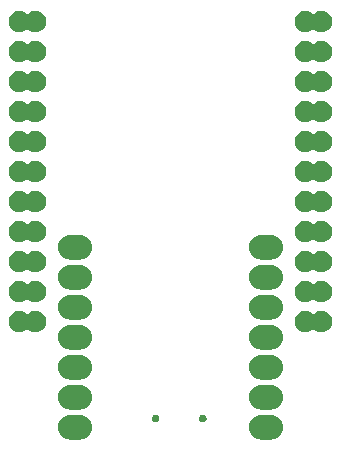
<source format=gbr>
G04 #@! TF.GenerationSoftware,KiCad,Pcbnew,(5.1.5-0)*
G04 #@! TF.CreationDate,2022-09-26T12:06:57-07:00*
G04 #@! TF.ProjectId,wvr_v.1.0,7776725f-762e-4312-9e30-2e6b69636164,rev?*
G04 #@! TF.SameCoordinates,Original*
G04 #@! TF.FileFunction,Soldermask,Bot*
G04 #@! TF.FilePolarity,Negative*
%FSLAX46Y46*%
G04 Gerber Fmt 4.6, Leading zero omitted, Abs format (unit mm)*
G04 Created by KiCad (PCBNEW (5.1.5-0)) date 2022-09-26 12:06:57*
%MOMM*%
%LPD*%
G04 APERTURE LIST*
%ADD10C,0.100000*%
G04 APERTURE END LIST*
D10*
G36*
X152198259Y-61278530D02*
G01*
X152396283Y-61338599D01*
X152578774Y-61436142D01*
X152738732Y-61567418D01*
X152870008Y-61727376D01*
X152967551Y-61909867D01*
X153027620Y-62107891D01*
X153047903Y-62313820D01*
X153027620Y-62519749D01*
X152967551Y-62717773D01*
X152870008Y-62900264D01*
X152738732Y-63060222D01*
X152578774Y-63191498D01*
X152396283Y-63289041D01*
X152198259Y-63349110D01*
X152043937Y-63364310D01*
X151191423Y-63364310D01*
X151037101Y-63349110D01*
X150839077Y-63289041D01*
X150656586Y-63191498D01*
X150496628Y-63060222D01*
X150365352Y-62900264D01*
X150267809Y-62717773D01*
X150207740Y-62519749D01*
X150187457Y-62313820D01*
X150207740Y-62107891D01*
X150267809Y-61909867D01*
X150365352Y-61727376D01*
X150496628Y-61567418D01*
X150656586Y-61436142D01*
X150839077Y-61338599D01*
X151037101Y-61278530D01*
X151191423Y-61263330D01*
X152043937Y-61263330D01*
X152198259Y-61278530D01*
G37*
G36*
X136033699Y-61278530D02*
G01*
X136231723Y-61338599D01*
X136414214Y-61436142D01*
X136574172Y-61567418D01*
X136705448Y-61727376D01*
X136802991Y-61909867D01*
X136863060Y-62107891D01*
X136883343Y-62313820D01*
X136863060Y-62519749D01*
X136802991Y-62717773D01*
X136705448Y-62900264D01*
X136574172Y-63060222D01*
X136414214Y-63191498D01*
X136231723Y-63289041D01*
X136033699Y-63349110D01*
X135879377Y-63364310D01*
X135026863Y-63364310D01*
X134872541Y-63349110D01*
X134674517Y-63289041D01*
X134492026Y-63191498D01*
X134332068Y-63060222D01*
X134200792Y-62900264D01*
X134103249Y-62717773D01*
X134043180Y-62519749D01*
X134022897Y-62313820D01*
X134043180Y-62107891D01*
X134103249Y-61909867D01*
X134200792Y-61727376D01*
X134332068Y-61567418D01*
X134492026Y-61436142D01*
X134674517Y-61338599D01*
X134872541Y-61278530D01*
X135026863Y-61263330D01*
X135879377Y-61263330D01*
X136033699Y-61278530D01*
G37*
G36*
X146307854Y-61241792D02*
G01*
X146355094Y-61251188D01*
X146414420Y-61275762D01*
X146467808Y-61311435D01*
X146513225Y-61356852D01*
X146548898Y-61410240D01*
X146573472Y-61469566D01*
X146586000Y-61532553D01*
X146586000Y-61596767D01*
X146573472Y-61659754D01*
X146548898Y-61719080D01*
X146513225Y-61772468D01*
X146467808Y-61817885D01*
X146414420Y-61853558D01*
X146355094Y-61878132D01*
X146307854Y-61887528D01*
X146292108Y-61890660D01*
X146227892Y-61890660D01*
X146212146Y-61887528D01*
X146164906Y-61878132D01*
X146105580Y-61853558D01*
X146052192Y-61817885D01*
X146006775Y-61772468D01*
X145971102Y-61719080D01*
X145946528Y-61659754D01*
X145934000Y-61596767D01*
X145934000Y-61532553D01*
X145946528Y-61469566D01*
X145971102Y-61410240D01*
X146006775Y-61356852D01*
X146052192Y-61311435D01*
X146105580Y-61275762D01*
X146164906Y-61251188D01*
X146212146Y-61241792D01*
X146227892Y-61238660D01*
X146292108Y-61238660D01*
X146307854Y-61241792D01*
G37*
G36*
X142307854Y-61241792D02*
G01*
X142355094Y-61251188D01*
X142414420Y-61275762D01*
X142467808Y-61311435D01*
X142513225Y-61356852D01*
X142548898Y-61410240D01*
X142573472Y-61469566D01*
X142586000Y-61532553D01*
X142586000Y-61596767D01*
X142573472Y-61659754D01*
X142548898Y-61719080D01*
X142513225Y-61772468D01*
X142467808Y-61817885D01*
X142414420Y-61853558D01*
X142355094Y-61878132D01*
X142307854Y-61887528D01*
X142292108Y-61890660D01*
X142227892Y-61890660D01*
X142212146Y-61887528D01*
X142164906Y-61878132D01*
X142105580Y-61853558D01*
X142052192Y-61817885D01*
X142006775Y-61772468D01*
X141971102Y-61719080D01*
X141946528Y-61659754D01*
X141934000Y-61596767D01*
X141934000Y-61532553D01*
X141946528Y-61469566D01*
X141971102Y-61410240D01*
X142006775Y-61356852D01*
X142052192Y-61311435D01*
X142105580Y-61275762D01*
X142164906Y-61251188D01*
X142212146Y-61241792D01*
X142227892Y-61238660D01*
X142292108Y-61238660D01*
X142307854Y-61241792D01*
G37*
G36*
X152198259Y-58738530D02*
G01*
X152396283Y-58798599D01*
X152578774Y-58896142D01*
X152738732Y-59027418D01*
X152870008Y-59187376D01*
X152967551Y-59369867D01*
X153027620Y-59567891D01*
X153047903Y-59773820D01*
X153027620Y-59979749D01*
X152967551Y-60177773D01*
X152870008Y-60360264D01*
X152738732Y-60520222D01*
X152578774Y-60651498D01*
X152396283Y-60749041D01*
X152198259Y-60809110D01*
X152043937Y-60824310D01*
X151191423Y-60824310D01*
X151037101Y-60809110D01*
X150839077Y-60749041D01*
X150656586Y-60651498D01*
X150496628Y-60520222D01*
X150365352Y-60360264D01*
X150267809Y-60177773D01*
X150207740Y-59979749D01*
X150187457Y-59773820D01*
X150207740Y-59567891D01*
X150267809Y-59369867D01*
X150365352Y-59187376D01*
X150496628Y-59027418D01*
X150656586Y-58896142D01*
X150839077Y-58798599D01*
X151037101Y-58738530D01*
X151191423Y-58723330D01*
X152043937Y-58723330D01*
X152198259Y-58738530D01*
G37*
G36*
X136033699Y-58738530D02*
G01*
X136231723Y-58798599D01*
X136414214Y-58896142D01*
X136574172Y-59027418D01*
X136705448Y-59187376D01*
X136802991Y-59369867D01*
X136863060Y-59567891D01*
X136883343Y-59773820D01*
X136863060Y-59979749D01*
X136802991Y-60177773D01*
X136705448Y-60360264D01*
X136574172Y-60520222D01*
X136414214Y-60651498D01*
X136231723Y-60749041D01*
X136033699Y-60809110D01*
X135879377Y-60824310D01*
X135026863Y-60824310D01*
X134872541Y-60809110D01*
X134674517Y-60749041D01*
X134492026Y-60651498D01*
X134332068Y-60520222D01*
X134200792Y-60360264D01*
X134103249Y-60177773D01*
X134043180Y-59979749D01*
X134022897Y-59773820D01*
X134043180Y-59567891D01*
X134103249Y-59369867D01*
X134200792Y-59187376D01*
X134332068Y-59027418D01*
X134492026Y-58896142D01*
X134674517Y-58798599D01*
X134872541Y-58738530D01*
X135026863Y-58723330D01*
X135879377Y-58723330D01*
X136033699Y-58738530D01*
G37*
G36*
X152198259Y-56198530D02*
G01*
X152396283Y-56258599D01*
X152578774Y-56356142D01*
X152738732Y-56487418D01*
X152870008Y-56647376D01*
X152967551Y-56829867D01*
X153027620Y-57027891D01*
X153047903Y-57233820D01*
X153027620Y-57439749D01*
X152967551Y-57637773D01*
X152870008Y-57820264D01*
X152738732Y-57980222D01*
X152578774Y-58111498D01*
X152396283Y-58209041D01*
X152198259Y-58269110D01*
X152043937Y-58284310D01*
X151191423Y-58284310D01*
X151037101Y-58269110D01*
X150839077Y-58209041D01*
X150656586Y-58111498D01*
X150496628Y-57980222D01*
X150365352Y-57820264D01*
X150267809Y-57637773D01*
X150207740Y-57439749D01*
X150187457Y-57233820D01*
X150207740Y-57027891D01*
X150267809Y-56829867D01*
X150365352Y-56647376D01*
X150496628Y-56487418D01*
X150656586Y-56356142D01*
X150839077Y-56258599D01*
X151037101Y-56198530D01*
X151191423Y-56183330D01*
X152043937Y-56183330D01*
X152198259Y-56198530D01*
G37*
G36*
X136033699Y-56198530D02*
G01*
X136231723Y-56258599D01*
X136414214Y-56356142D01*
X136574172Y-56487418D01*
X136705448Y-56647376D01*
X136802991Y-56829867D01*
X136863060Y-57027891D01*
X136883343Y-57233820D01*
X136863060Y-57439749D01*
X136802991Y-57637773D01*
X136705448Y-57820264D01*
X136574172Y-57980222D01*
X136414214Y-58111498D01*
X136231723Y-58209041D01*
X136033699Y-58269110D01*
X135879377Y-58284310D01*
X135026863Y-58284310D01*
X134872541Y-58269110D01*
X134674517Y-58209041D01*
X134492026Y-58111498D01*
X134332068Y-57980222D01*
X134200792Y-57820264D01*
X134103249Y-57637773D01*
X134043180Y-57439749D01*
X134022897Y-57233820D01*
X134043180Y-57027891D01*
X134103249Y-56829867D01*
X134200792Y-56647376D01*
X134332068Y-56487418D01*
X134492026Y-56356142D01*
X134674517Y-56258599D01*
X134872541Y-56198530D01*
X135026863Y-56183330D01*
X135879377Y-56183330D01*
X136033699Y-56198530D01*
G37*
G36*
X152198259Y-53658530D02*
G01*
X152396283Y-53718599D01*
X152578774Y-53816142D01*
X152738732Y-53947418D01*
X152870008Y-54107376D01*
X152967551Y-54289867D01*
X153027620Y-54487891D01*
X153047903Y-54693820D01*
X153027620Y-54899749D01*
X152967551Y-55097773D01*
X152870008Y-55280264D01*
X152738732Y-55440222D01*
X152578774Y-55571498D01*
X152396283Y-55669041D01*
X152198259Y-55729110D01*
X152043937Y-55744310D01*
X151191423Y-55744310D01*
X151037101Y-55729110D01*
X150839077Y-55669041D01*
X150656586Y-55571498D01*
X150496628Y-55440222D01*
X150365352Y-55280264D01*
X150267809Y-55097773D01*
X150207740Y-54899749D01*
X150187457Y-54693820D01*
X150207740Y-54487891D01*
X150267809Y-54289867D01*
X150365352Y-54107376D01*
X150496628Y-53947418D01*
X150656586Y-53816142D01*
X150839077Y-53718599D01*
X151037101Y-53658530D01*
X151191423Y-53643330D01*
X152043937Y-53643330D01*
X152198259Y-53658530D01*
G37*
G36*
X136033699Y-53658530D02*
G01*
X136231723Y-53718599D01*
X136414214Y-53816142D01*
X136574172Y-53947418D01*
X136705448Y-54107376D01*
X136802991Y-54289867D01*
X136863060Y-54487891D01*
X136883343Y-54693820D01*
X136863060Y-54899749D01*
X136802991Y-55097773D01*
X136705448Y-55280264D01*
X136574172Y-55440222D01*
X136414214Y-55571498D01*
X136231723Y-55669041D01*
X136033699Y-55729110D01*
X135879377Y-55744310D01*
X135026863Y-55744310D01*
X134872541Y-55729110D01*
X134674517Y-55669041D01*
X134492026Y-55571498D01*
X134332068Y-55440222D01*
X134200792Y-55280264D01*
X134103249Y-55097773D01*
X134043180Y-54899749D01*
X134022897Y-54693820D01*
X134043180Y-54487891D01*
X134103249Y-54289867D01*
X134200792Y-54107376D01*
X134332068Y-53947418D01*
X134492026Y-53816142D01*
X134674517Y-53718599D01*
X134872541Y-53658530D01*
X135026863Y-53643330D01*
X135879377Y-53643330D01*
X136033699Y-53658530D01*
G37*
G36*
X155202812Y-52493624D02*
G01*
X155202814Y-52493625D01*
X155202815Y-52493625D01*
X155357673Y-52557770D01*
X155366784Y-52561544D01*
X155514354Y-52660147D01*
X155575110Y-52720903D01*
X155584722Y-52728790D01*
X155595700Y-52734658D01*
X155607612Y-52738272D01*
X155620000Y-52739492D01*
X155632388Y-52738272D01*
X155644300Y-52734658D01*
X155655278Y-52728790D01*
X155664890Y-52720903D01*
X155725646Y-52660147D01*
X155873216Y-52561544D01*
X155882327Y-52557770D01*
X156037185Y-52493625D01*
X156037186Y-52493625D01*
X156037188Y-52493624D01*
X156211259Y-52459000D01*
X156388741Y-52459000D01*
X156562812Y-52493624D01*
X156562814Y-52493625D01*
X156562815Y-52493625D01*
X156717673Y-52557770D01*
X156726784Y-52561544D01*
X156874354Y-52660147D01*
X156999853Y-52785646D01*
X157098456Y-52933216D01*
X157166376Y-53097188D01*
X157201000Y-53271259D01*
X157201000Y-53448741D01*
X157166376Y-53622812D01*
X157098456Y-53786784D01*
X156999853Y-53934354D01*
X156874354Y-54059853D01*
X156726784Y-54158456D01*
X156562815Y-54226375D01*
X156562814Y-54226375D01*
X156562812Y-54226376D01*
X156388741Y-54261000D01*
X156211259Y-54261000D01*
X156037188Y-54226376D01*
X156037186Y-54226375D01*
X156037185Y-54226375D01*
X155873216Y-54158456D01*
X155725646Y-54059853D01*
X155664890Y-53999097D01*
X155655278Y-53991210D01*
X155644300Y-53985342D01*
X155632388Y-53981728D01*
X155620000Y-53980508D01*
X155607612Y-53981728D01*
X155595700Y-53985342D01*
X155584722Y-53991210D01*
X155575110Y-53999097D01*
X155514354Y-54059853D01*
X155366784Y-54158456D01*
X155202815Y-54226375D01*
X155202814Y-54226375D01*
X155202812Y-54226376D01*
X155028741Y-54261000D01*
X154851259Y-54261000D01*
X154677188Y-54226376D01*
X154677186Y-54226375D01*
X154677185Y-54226375D01*
X154513216Y-54158456D01*
X154365646Y-54059853D01*
X154240147Y-53934354D01*
X154141544Y-53786784D01*
X154073624Y-53622812D01*
X154039000Y-53448741D01*
X154039000Y-53271259D01*
X154073624Y-53097188D01*
X154141544Y-52933216D01*
X154240147Y-52785646D01*
X154365646Y-52660147D01*
X154513216Y-52561544D01*
X154522327Y-52557770D01*
X154677185Y-52493625D01*
X154677186Y-52493625D01*
X154677188Y-52493624D01*
X154851259Y-52459000D01*
X155028741Y-52459000D01*
X155202812Y-52493624D01*
G37*
G36*
X130992812Y-52493624D02*
G01*
X130992814Y-52493625D01*
X130992815Y-52493625D01*
X131147673Y-52557770D01*
X131156784Y-52561544D01*
X131304354Y-52660147D01*
X131360110Y-52715903D01*
X131369722Y-52723790D01*
X131380700Y-52729658D01*
X131392612Y-52733272D01*
X131405000Y-52734492D01*
X131417388Y-52733272D01*
X131429300Y-52729658D01*
X131440278Y-52723790D01*
X131449890Y-52715903D01*
X131505646Y-52660147D01*
X131653216Y-52561544D01*
X131662327Y-52557770D01*
X131817185Y-52493625D01*
X131817186Y-52493625D01*
X131817188Y-52493624D01*
X131991259Y-52459000D01*
X132168741Y-52459000D01*
X132342812Y-52493624D01*
X132342814Y-52493625D01*
X132342815Y-52493625D01*
X132497673Y-52557770D01*
X132506784Y-52561544D01*
X132654354Y-52660147D01*
X132779853Y-52785646D01*
X132878456Y-52933216D01*
X132946376Y-53097188D01*
X132981000Y-53271259D01*
X132981000Y-53448741D01*
X132946376Y-53622812D01*
X132878456Y-53786784D01*
X132779853Y-53934354D01*
X132654354Y-54059853D01*
X132506784Y-54158456D01*
X132342815Y-54226375D01*
X132342814Y-54226375D01*
X132342812Y-54226376D01*
X132168741Y-54261000D01*
X131991259Y-54261000D01*
X131817188Y-54226376D01*
X131817186Y-54226375D01*
X131817185Y-54226375D01*
X131653216Y-54158456D01*
X131505646Y-54059853D01*
X131449890Y-54004097D01*
X131440278Y-53996210D01*
X131429300Y-53990342D01*
X131417388Y-53986728D01*
X131405000Y-53985508D01*
X131392612Y-53986728D01*
X131380700Y-53990342D01*
X131369722Y-53996210D01*
X131360110Y-54004097D01*
X131304354Y-54059853D01*
X131156784Y-54158456D01*
X130992815Y-54226375D01*
X130992814Y-54226375D01*
X130992812Y-54226376D01*
X130818741Y-54261000D01*
X130641259Y-54261000D01*
X130467188Y-54226376D01*
X130467186Y-54226375D01*
X130467185Y-54226375D01*
X130303216Y-54158456D01*
X130155646Y-54059853D01*
X130030147Y-53934354D01*
X129931544Y-53786784D01*
X129863624Y-53622812D01*
X129829000Y-53448741D01*
X129829000Y-53271259D01*
X129863624Y-53097188D01*
X129931544Y-52933216D01*
X130030147Y-52785646D01*
X130155646Y-52660147D01*
X130303216Y-52561544D01*
X130312327Y-52557770D01*
X130467185Y-52493625D01*
X130467186Y-52493625D01*
X130467188Y-52493624D01*
X130641259Y-52459000D01*
X130818741Y-52459000D01*
X130992812Y-52493624D01*
G37*
G36*
X152198259Y-51118530D02*
G01*
X152396283Y-51178599D01*
X152578774Y-51276142D01*
X152738732Y-51407418D01*
X152870008Y-51567376D01*
X152967551Y-51749867D01*
X153027620Y-51947891D01*
X153047903Y-52153820D01*
X153027620Y-52359749D01*
X152967551Y-52557773D01*
X152870008Y-52740264D01*
X152738732Y-52900222D01*
X152578774Y-53031498D01*
X152396283Y-53129041D01*
X152198259Y-53189110D01*
X152043937Y-53204310D01*
X151191423Y-53204310D01*
X151037101Y-53189110D01*
X150839077Y-53129041D01*
X150656586Y-53031498D01*
X150496628Y-52900222D01*
X150365352Y-52740264D01*
X150267809Y-52557773D01*
X150207740Y-52359749D01*
X150187457Y-52153820D01*
X150207740Y-51947891D01*
X150267809Y-51749867D01*
X150365352Y-51567376D01*
X150496628Y-51407418D01*
X150656586Y-51276142D01*
X150839077Y-51178599D01*
X151037101Y-51118530D01*
X151191423Y-51103330D01*
X152043937Y-51103330D01*
X152198259Y-51118530D01*
G37*
G36*
X136033699Y-51118530D02*
G01*
X136231723Y-51178599D01*
X136414214Y-51276142D01*
X136574172Y-51407418D01*
X136705448Y-51567376D01*
X136802991Y-51749867D01*
X136863060Y-51947891D01*
X136883343Y-52153820D01*
X136863060Y-52359749D01*
X136802991Y-52557773D01*
X136705448Y-52740264D01*
X136574172Y-52900222D01*
X136414214Y-53031498D01*
X136231723Y-53129041D01*
X136033699Y-53189110D01*
X135879377Y-53204310D01*
X135026863Y-53204310D01*
X134872541Y-53189110D01*
X134674517Y-53129041D01*
X134492026Y-53031498D01*
X134332068Y-52900222D01*
X134200792Y-52740264D01*
X134103249Y-52557773D01*
X134043180Y-52359749D01*
X134022897Y-52153820D01*
X134043180Y-51947891D01*
X134103249Y-51749867D01*
X134200792Y-51567376D01*
X134332068Y-51407418D01*
X134492026Y-51276142D01*
X134674517Y-51178599D01*
X134872541Y-51118530D01*
X135026863Y-51103330D01*
X135879377Y-51103330D01*
X136033699Y-51118530D01*
G37*
G36*
X130992812Y-49953624D02*
G01*
X130992814Y-49953625D01*
X130992815Y-49953625D01*
X131147673Y-50017770D01*
X131156784Y-50021544D01*
X131304354Y-50120147D01*
X131360110Y-50175903D01*
X131369722Y-50183790D01*
X131380700Y-50189658D01*
X131392612Y-50193272D01*
X131405000Y-50194492D01*
X131417388Y-50193272D01*
X131429300Y-50189658D01*
X131440278Y-50183790D01*
X131449890Y-50175903D01*
X131505646Y-50120147D01*
X131653216Y-50021544D01*
X131662327Y-50017770D01*
X131817185Y-49953625D01*
X131817186Y-49953625D01*
X131817188Y-49953624D01*
X131991259Y-49919000D01*
X132168741Y-49919000D01*
X132342812Y-49953624D01*
X132342814Y-49953625D01*
X132342815Y-49953625D01*
X132497673Y-50017770D01*
X132506784Y-50021544D01*
X132654354Y-50120147D01*
X132779853Y-50245646D01*
X132878456Y-50393216D01*
X132946376Y-50557188D01*
X132981000Y-50731259D01*
X132981000Y-50908741D01*
X132946376Y-51082812D01*
X132878456Y-51246784D01*
X132779853Y-51394354D01*
X132654354Y-51519853D01*
X132506784Y-51618456D01*
X132342815Y-51686375D01*
X132342814Y-51686375D01*
X132342812Y-51686376D01*
X132168741Y-51721000D01*
X131991259Y-51721000D01*
X131817188Y-51686376D01*
X131817186Y-51686375D01*
X131817185Y-51686375D01*
X131653216Y-51618456D01*
X131505646Y-51519853D01*
X131449890Y-51464097D01*
X131440278Y-51456210D01*
X131429300Y-51450342D01*
X131417388Y-51446728D01*
X131405000Y-51445508D01*
X131392612Y-51446728D01*
X131380700Y-51450342D01*
X131369722Y-51456210D01*
X131360110Y-51464097D01*
X131304354Y-51519853D01*
X131156784Y-51618456D01*
X130992815Y-51686375D01*
X130992814Y-51686375D01*
X130992812Y-51686376D01*
X130818741Y-51721000D01*
X130641259Y-51721000D01*
X130467188Y-51686376D01*
X130467186Y-51686375D01*
X130467185Y-51686375D01*
X130303216Y-51618456D01*
X130155646Y-51519853D01*
X130030147Y-51394354D01*
X129931544Y-51246784D01*
X129863624Y-51082812D01*
X129829000Y-50908741D01*
X129829000Y-50731259D01*
X129863624Y-50557188D01*
X129931544Y-50393216D01*
X130030147Y-50245646D01*
X130155646Y-50120147D01*
X130303216Y-50021544D01*
X130312327Y-50017770D01*
X130467185Y-49953625D01*
X130467186Y-49953625D01*
X130467188Y-49953624D01*
X130641259Y-49919000D01*
X130818741Y-49919000D01*
X130992812Y-49953624D01*
G37*
G36*
X155202812Y-49953624D02*
G01*
X155202814Y-49953625D01*
X155202815Y-49953625D01*
X155357673Y-50017770D01*
X155366784Y-50021544D01*
X155514354Y-50120147D01*
X155575110Y-50180903D01*
X155584722Y-50188790D01*
X155595700Y-50194658D01*
X155607612Y-50198272D01*
X155620000Y-50199492D01*
X155632388Y-50198272D01*
X155644300Y-50194658D01*
X155655278Y-50188790D01*
X155664890Y-50180903D01*
X155725646Y-50120147D01*
X155873216Y-50021544D01*
X155882327Y-50017770D01*
X156037185Y-49953625D01*
X156037186Y-49953625D01*
X156037188Y-49953624D01*
X156211259Y-49919000D01*
X156388741Y-49919000D01*
X156562812Y-49953624D01*
X156562814Y-49953625D01*
X156562815Y-49953625D01*
X156717673Y-50017770D01*
X156726784Y-50021544D01*
X156874354Y-50120147D01*
X156999853Y-50245646D01*
X157098456Y-50393216D01*
X157166376Y-50557188D01*
X157201000Y-50731259D01*
X157201000Y-50908741D01*
X157166376Y-51082812D01*
X157098456Y-51246784D01*
X156999853Y-51394354D01*
X156874354Y-51519853D01*
X156726784Y-51618456D01*
X156562815Y-51686375D01*
X156562814Y-51686375D01*
X156562812Y-51686376D01*
X156388741Y-51721000D01*
X156211259Y-51721000D01*
X156037188Y-51686376D01*
X156037186Y-51686375D01*
X156037185Y-51686375D01*
X155873216Y-51618456D01*
X155725646Y-51519853D01*
X155664890Y-51459097D01*
X155655278Y-51451210D01*
X155644300Y-51445342D01*
X155632388Y-51441728D01*
X155620000Y-51440508D01*
X155607612Y-51441728D01*
X155595700Y-51445342D01*
X155584722Y-51451210D01*
X155575110Y-51459097D01*
X155514354Y-51519853D01*
X155366784Y-51618456D01*
X155202815Y-51686375D01*
X155202814Y-51686375D01*
X155202812Y-51686376D01*
X155028741Y-51721000D01*
X154851259Y-51721000D01*
X154677188Y-51686376D01*
X154677186Y-51686375D01*
X154677185Y-51686375D01*
X154513216Y-51618456D01*
X154365646Y-51519853D01*
X154240147Y-51394354D01*
X154141544Y-51246784D01*
X154073624Y-51082812D01*
X154039000Y-50908741D01*
X154039000Y-50731259D01*
X154073624Y-50557188D01*
X154141544Y-50393216D01*
X154240147Y-50245646D01*
X154365646Y-50120147D01*
X154513216Y-50021544D01*
X154522327Y-50017770D01*
X154677185Y-49953625D01*
X154677186Y-49953625D01*
X154677188Y-49953624D01*
X154851259Y-49919000D01*
X155028741Y-49919000D01*
X155202812Y-49953624D01*
G37*
G36*
X136033699Y-48578530D02*
G01*
X136231723Y-48638599D01*
X136414214Y-48736142D01*
X136574172Y-48867418D01*
X136705448Y-49027376D01*
X136802991Y-49209867D01*
X136863060Y-49407891D01*
X136883343Y-49613820D01*
X136863060Y-49819749D01*
X136802991Y-50017773D01*
X136705448Y-50200264D01*
X136574172Y-50360222D01*
X136414214Y-50491498D01*
X136231723Y-50589041D01*
X136033699Y-50649110D01*
X135879377Y-50664310D01*
X135026863Y-50664310D01*
X134872541Y-50649110D01*
X134674517Y-50589041D01*
X134492026Y-50491498D01*
X134332068Y-50360222D01*
X134200792Y-50200264D01*
X134103249Y-50017773D01*
X134043180Y-49819749D01*
X134022897Y-49613820D01*
X134043180Y-49407891D01*
X134103249Y-49209867D01*
X134200792Y-49027376D01*
X134332068Y-48867418D01*
X134492026Y-48736142D01*
X134674517Y-48638599D01*
X134872541Y-48578530D01*
X135026863Y-48563330D01*
X135879377Y-48563330D01*
X136033699Y-48578530D01*
G37*
G36*
X152198259Y-48578530D02*
G01*
X152396283Y-48638599D01*
X152578774Y-48736142D01*
X152738732Y-48867418D01*
X152870008Y-49027376D01*
X152967551Y-49209867D01*
X153027620Y-49407891D01*
X153047903Y-49613820D01*
X153027620Y-49819749D01*
X152967551Y-50017773D01*
X152870008Y-50200264D01*
X152738732Y-50360222D01*
X152578774Y-50491498D01*
X152396283Y-50589041D01*
X152198259Y-50649110D01*
X152043937Y-50664310D01*
X151191423Y-50664310D01*
X151037101Y-50649110D01*
X150839077Y-50589041D01*
X150656586Y-50491498D01*
X150496628Y-50360222D01*
X150365352Y-50200264D01*
X150267809Y-50017773D01*
X150207740Y-49819749D01*
X150187457Y-49613820D01*
X150207740Y-49407891D01*
X150267809Y-49209867D01*
X150365352Y-49027376D01*
X150496628Y-48867418D01*
X150656586Y-48736142D01*
X150839077Y-48638599D01*
X151037101Y-48578530D01*
X151191423Y-48563330D01*
X152043937Y-48563330D01*
X152198259Y-48578530D01*
G37*
G36*
X130992812Y-47413624D02*
G01*
X130992814Y-47413625D01*
X130992815Y-47413625D01*
X131147673Y-47477770D01*
X131156784Y-47481544D01*
X131304354Y-47580147D01*
X131360110Y-47635903D01*
X131369722Y-47643790D01*
X131380700Y-47649658D01*
X131392612Y-47653272D01*
X131405000Y-47654492D01*
X131417388Y-47653272D01*
X131429300Y-47649658D01*
X131440278Y-47643790D01*
X131449890Y-47635903D01*
X131505646Y-47580147D01*
X131653216Y-47481544D01*
X131662327Y-47477770D01*
X131817185Y-47413625D01*
X131817186Y-47413625D01*
X131817188Y-47413624D01*
X131991259Y-47379000D01*
X132168741Y-47379000D01*
X132342812Y-47413624D01*
X132342814Y-47413625D01*
X132342815Y-47413625D01*
X132497673Y-47477770D01*
X132506784Y-47481544D01*
X132654354Y-47580147D01*
X132779853Y-47705646D01*
X132878456Y-47853216D01*
X132946376Y-48017188D01*
X132981000Y-48191259D01*
X132981000Y-48368741D01*
X132946376Y-48542812D01*
X132878456Y-48706784D01*
X132779853Y-48854354D01*
X132654354Y-48979853D01*
X132506784Y-49078456D01*
X132342815Y-49146375D01*
X132342814Y-49146375D01*
X132342812Y-49146376D01*
X132168741Y-49181000D01*
X131991259Y-49181000D01*
X131817188Y-49146376D01*
X131817186Y-49146375D01*
X131817185Y-49146375D01*
X131653216Y-49078456D01*
X131505646Y-48979853D01*
X131449890Y-48924097D01*
X131440278Y-48916210D01*
X131429300Y-48910342D01*
X131417388Y-48906728D01*
X131405000Y-48905508D01*
X131392612Y-48906728D01*
X131380700Y-48910342D01*
X131369722Y-48916210D01*
X131360110Y-48924097D01*
X131304354Y-48979853D01*
X131156784Y-49078456D01*
X130992815Y-49146375D01*
X130992814Y-49146375D01*
X130992812Y-49146376D01*
X130818741Y-49181000D01*
X130641259Y-49181000D01*
X130467188Y-49146376D01*
X130467186Y-49146375D01*
X130467185Y-49146375D01*
X130303216Y-49078456D01*
X130155646Y-48979853D01*
X130030147Y-48854354D01*
X129931544Y-48706784D01*
X129863624Y-48542812D01*
X129829000Y-48368741D01*
X129829000Y-48191259D01*
X129863624Y-48017188D01*
X129931544Y-47853216D01*
X130030147Y-47705646D01*
X130155646Y-47580147D01*
X130303216Y-47481544D01*
X130312327Y-47477770D01*
X130467185Y-47413625D01*
X130467186Y-47413625D01*
X130467188Y-47413624D01*
X130641259Y-47379000D01*
X130818741Y-47379000D01*
X130992812Y-47413624D01*
G37*
G36*
X155202812Y-47413624D02*
G01*
X155202814Y-47413625D01*
X155202815Y-47413625D01*
X155357673Y-47477770D01*
X155366784Y-47481544D01*
X155514354Y-47580147D01*
X155575110Y-47640903D01*
X155584722Y-47648790D01*
X155595700Y-47654658D01*
X155607612Y-47658272D01*
X155620000Y-47659492D01*
X155632388Y-47658272D01*
X155644300Y-47654658D01*
X155655278Y-47648790D01*
X155664890Y-47640903D01*
X155725646Y-47580147D01*
X155873216Y-47481544D01*
X155882327Y-47477770D01*
X156037185Y-47413625D01*
X156037186Y-47413625D01*
X156037188Y-47413624D01*
X156211259Y-47379000D01*
X156388741Y-47379000D01*
X156562812Y-47413624D01*
X156562814Y-47413625D01*
X156562815Y-47413625D01*
X156717673Y-47477770D01*
X156726784Y-47481544D01*
X156874354Y-47580147D01*
X156999853Y-47705646D01*
X157098456Y-47853216D01*
X157166376Y-48017188D01*
X157201000Y-48191259D01*
X157201000Y-48368741D01*
X157166376Y-48542812D01*
X157098456Y-48706784D01*
X156999853Y-48854354D01*
X156874354Y-48979853D01*
X156726784Y-49078456D01*
X156562815Y-49146375D01*
X156562814Y-49146375D01*
X156562812Y-49146376D01*
X156388741Y-49181000D01*
X156211259Y-49181000D01*
X156037188Y-49146376D01*
X156037186Y-49146375D01*
X156037185Y-49146375D01*
X155873216Y-49078456D01*
X155725646Y-48979853D01*
X155664890Y-48919097D01*
X155655278Y-48911210D01*
X155644300Y-48905342D01*
X155632388Y-48901728D01*
X155620000Y-48900508D01*
X155607612Y-48901728D01*
X155595700Y-48905342D01*
X155584722Y-48911210D01*
X155575110Y-48919097D01*
X155514354Y-48979853D01*
X155366784Y-49078456D01*
X155202815Y-49146375D01*
X155202814Y-49146375D01*
X155202812Y-49146376D01*
X155028741Y-49181000D01*
X154851259Y-49181000D01*
X154677188Y-49146376D01*
X154677186Y-49146375D01*
X154677185Y-49146375D01*
X154513216Y-49078456D01*
X154365646Y-48979853D01*
X154240147Y-48854354D01*
X154141544Y-48706784D01*
X154073624Y-48542812D01*
X154039000Y-48368741D01*
X154039000Y-48191259D01*
X154073624Y-48017188D01*
X154141544Y-47853216D01*
X154240147Y-47705646D01*
X154365646Y-47580147D01*
X154513216Y-47481544D01*
X154522327Y-47477770D01*
X154677185Y-47413625D01*
X154677186Y-47413625D01*
X154677188Y-47413624D01*
X154851259Y-47379000D01*
X155028741Y-47379000D01*
X155202812Y-47413624D01*
G37*
G36*
X152198259Y-46038530D02*
G01*
X152396283Y-46098599D01*
X152578774Y-46196142D01*
X152738732Y-46327418D01*
X152870008Y-46487376D01*
X152967551Y-46669867D01*
X153027620Y-46867891D01*
X153047903Y-47073820D01*
X153027620Y-47279749D01*
X152967551Y-47477773D01*
X152870008Y-47660264D01*
X152738732Y-47820222D01*
X152578774Y-47951498D01*
X152396283Y-48049041D01*
X152198259Y-48109110D01*
X152043937Y-48124310D01*
X151191423Y-48124310D01*
X151037101Y-48109110D01*
X150839077Y-48049041D01*
X150656586Y-47951498D01*
X150496628Y-47820222D01*
X150365352Y-47660264D01*
X150267809Y-47477773D01*
X150207740Y-47279749D01*
X150187457Y-47073820D01*
X150207740Y-46867891D01*
X150267809Y-46669867D01*
X150365352Y-46487376D01*
X150496628Y-46327418D01*
X150656586Y-46196142D01*
X150839077Y-46098599D01*
X151037101Y-46038530D01*
X151191423Y-46023330D01*
X152043937Y-46023330D01*
X152198259Y-46038530D01*
G37*
G36*
X136033699Y-46038530D02*
G01*
X136231723Y-46098599D01*
X136414214Y-46196142D01*
X136574172Y-46327418D01*
X136705448Y-46487376D01*
X136802991Y-46669867D01*
X136863060Y-46867891D01*
X136883343Y-47073820D01*
X136863060Y-47279749D01*
X136802991Y-47477773D01*
X136705448Y-47660264D01*
X136574172Y-47820222D01*
X136414214Y-47951498D01*
X136231723Y-48049041D01*
X136033699Y-48109110D01*
X135879377Y-48124310D01*
X135026863Y-48124310D01*
X134872541Y-48109110D01*
X134674517Y-48049041D01*
X134492026Y-47951498D01*
X134332068Y-47820222D01*
X134200792Y-47660264D01*
X134103249Y-47477773D01*
X134043180Y-47279749D01*
X134022897Y-47073820D01*
X134043180Y-46867891D01*
X134103249Y-46669867D01*
X134200792Y-46487376D01*
X134332068Y-46327418D01*
X134492026Y-46196142D01*
X134674517Y-46098599D01*
X134872541Y-46038530D01*
X135026863Y-46023330D01*
X135879377Y-46023330D01*
X136033699Y-46038530D01*
G37*
G36*
X130992812Y-44873624D02*
G01*
X130992814Y-44873625D01*
X130992815Y-44873625D01*
X131156784Y-44941544D01*
X131304354Y-45040147D01*
X131360110Y-45095903D01*
X131369722Y-45103790D01*
X131380700Y-45109658D01*
X131392612Y-45113272D01*
X131405000Y-45114492D01*
X131417388Y-45113272D01*
X131429300Y-45109658D01*
X131440278Y-45103790D01*
X131449890Y-45095903D01*
X131505646Y-45040147D01*
X131653216Y-44941544D01*
X131817185Y-44873625D01*
X131817186Y-44873625D01*
X131817188Y-44873624D01*
X131991259Y-44839000D01*
X132168741Y-44839000D01*
X132342812Y-44873624D01*
X132342814Y-44873625D01*
X132342815Y-44873625D01*
X132506784Y-44941544D01*
X132654354Y-45040147D01*
X132779853Y-45165646D01*
X132878456Y-45313216D01*
X132946376Y-45477188D01*
X132981000Y-45651259D01*
X132981000Y-45828741D01*
X132946376Y-46002812D01*
X132878456Y-46166784D01*
X132779853Y-46314354D01*
X132654354Y-46439853D01*
X132506784Y-46538456D01*
X132342815Y-46606375D01*
X132342814Y-46606375D01*
X132342812Y-46606376D01*
X132168741Y-46641000D01*
X131991259Y-46641000D01*
X131817188Y-46606376D01*
X131817186Y-46606375D01*
X131817185Y-46606375D01*
X131653216Y-46538456D01*
X131505646Y-46439853D01*
X131449890Y-46384097D01*
X131440278Y-46376210D01*
X131429300Y-46370342D01*
X131417388Y-46366728D01*
X131405000Y-46365508D01*
X131392612Y-46366728D01*
X131380700Y-46370342D01*
X131369722Y-46376210D01*
X131360110Y-46384097D01*
X131304354Y-46439853D01*
X131156784Y-46538456D01*
X130992815Y-46606375D01*
X130992814Y-46606375D01*
X130992812Y-46606376D01*
X130818741Y-46641000D01*
X130641259Y-46641000D01*
X130467188Y-46606376D01*
X130467186Y-46606375D01*
X130467185Y-46606375D01*
X130303216Y-46538456D01*
X130155646Y-46439853D01*
X130030147Y-46314354D01*
X129931544Y-46166784D01*
X129863624Y-46002812D01*
X129829000Y-45828741D01*
X129829000Y-45651259D01*
X129863624Y-45477188D01*
X129931544Y-45313216D01*
X130030147Y-45165646D01*
X130155646Y-45040147D01*
X130303216Y-44941544D01*
X130467185Y-44873625D01*
X130467186Y-44873625D01*
X130467188Y-44873624D01*
X130641259Y-44839000D01*
X130818741Y-44839000D01*
X130992812Y-44873624D01*
G37*
G36*
X155202812Y-44873624D02*
G01*
X155202814Y-44873625D01*
X155202815Y-44873625D01*
X155366784Y-44941544D01*
X155514354Y-45040147D01*
X155575110Y-45100903D01*
X155584722Y-45108790D01*
X155595700Y-45114658D01*
X155607612Y-45118272D01*
X155620000Y-45119492D01*
X155632388Y-45118272D01*
X155644300Y-45114658D01*
X155655278Y-45108790D01*
X155664890Y-45100903D01*
X155725646Y-45040147D01*
X155873216Y-44941544D01*
X156037185Y-44873625D01*
X156037186Y-44873625D01*
X156037188Y-44873624D01*
X156211259Y-44839000D01*
X156388741Y-44839000D01*
X156562812Y-44873624D01*
X156562814Y-44873625D01*
X156562815Y-44873625D01*
X156726784Y-44941544D01*
X156874354Y-45040147D01*
X156999853Y-45165646D01*
X157098456Y-45313216D01*
X157166376Y-45477188D01*
X157201000Y-45651259D01*
X157201000Y-45828741D01*
X157166376Y-46002812D01*
X157098456Y-46166784D01*
X156999853Y-46314354D01*
X156874354Y-46439853D01*
X156726784Y-46538456D01*
X156562815Y-46606375D01*
X156562814Y-46606375D01*
X156562812Y-46606376D01*
X156388741Y-46641000D01*
X156211259Y-46641000D01*
X156037188Y-46606376D01*
X156037186Y-46606375D01*
X156037185Y-46606375D01*
X155873216Y-46538456D01*
X155725646Y-46439853D01*
X155664890Y-46379097D01*
X155655278Y-46371210D01*
X155644300Y-46365342D01*
X155632388Y-46361728D01*
X155620000Y-46360508D01*
X155607612Y-46361728D01*
X155595700Y-46365342D01*
X155584722Y-46371210D01*
X155575110Y-46379097D01*
X155514354Y-46439853D01*
X155366784Y-46538456D01*
X155202815Y-46606375D01*
X155202814Y-46606375D01*
X155202812Y-46606376D01*
X155028741Y-46641000D01*
X154851259Y-46641000D01*
X154677188Y-46606376D01*
X154677186Y-46606375D01*
X154677185Y-46606375D01*
X154513216Y-46538456D01*
X154365646Y-46439853D01*
X154240147Y-46314354D01*
X154141544Y-46166784D01*
X154073624Y-46002812D01*
X154039000Y-45828741D01*
X154039000Y-45651259D01*
X154073624Y-45477188D01*
X154141544Y-45313216D01*
X154240147Y-45165646D01*
X154365646Y-45040147D01*
X154513216Y-44941544D01*
X154677185Y-44873625D01*
X154677186Y-44873625D01*
X154677188Y-44873624D01*
X154851259Y-44839000D01*
X155028741Y-44839000D01*
X155202812Y-44873624D01*
G37*
G36*
X155202812Y-42333624D02*
G01*
X155202814Y-42333625D01*
X155202815Y-42333625D01*
X155366784Y-42401544D01*
X155514354Y-42500147D01*
X155575110Y-42560903D01*
X155584722Y-42568790D01*
X155595700Y-42574658D01*
X155607612Y-42578272D01*
X155620000Y-42579492D01*
X155632388Y-42578272D01*
X155644300Y-42574658D01*
X155655278Y-42568790D01*
X155664890Y-42560903D01*
X155725646Y-42500147D01*
X155873216Y-42401544D01*
X156037185Y-42333625D01*
X156037186Y-42333625D01*
X156037188Y-42333624D01*
X156211259Y-42299000D01*
X156388741Y-42299000D01*
X156562812Y-42333624D01*
X156562814Y-42333625D01*
X156562815Y-42333625D01*
X156726784Y-42401544D01*
X156874354Y-42500147D01*
X156999853Y-42625646D01*
X157098456Y-42773216D01*
X157166376Y-42937188D01*
X157201000Y-43111259D01*
X157201000Y-43288741D01*
X157166376Y-43462812D01*
X157098456Y-43626784D01*
X156999853Y-43774354D01*
X156874354Y-43899853D01*
X156726784Y-43998456D01*
X156562815Y-44066375D01*
X156562814Y-44066375D01*
X156562812Y-44066376D01*
X156388741Y-44101000D01*
X156211259Y-44101000D01*
X156037188Y-44066376D01*
X156037186Y-44066375D01*
X156037185Y-44066375D01*
X155873216Y-43998456D01*
X155725646Y-43899853D01*
X155664890Y-43839097D01*
X155655278Y-43831210D01*
X155644300Y-43825342D01*
X155632388Y-43821728D01*
X155620000Y-43820508D01*
X155607612Y-43821728D01*
X155595700Y-43825342D01*
X155584722Y-43831210D01*
X155575110Y-43839097D01*
X155514354Y-43899853D01*
X155366784Y-43998456D01*
X155202815Y-44066375D01*
X155202814Y-44066375D01*
X155202812Y-44066376D01*
X155028741Y-44101000D01*
X154851259Y-44101000D01*
X154677188Y-44066376D01*
X154677186Y-44066375D01*
X154677185Y-44066375D01*
X154513216Y-43998456D01*
X154365646Y-43899853D01*
X154240147Y-43774354D01*
X154141544Y-43626784D01*
X154073624Y-43462812D01*
X154039000Y-43288741D01*
X154039000Y-43111259D01*
X154073624Y-42937188D01*
X154141544Y-42773216D01*
X154240147Y-42625646D01*
X154365646Y-42500147D01*
X154513216Y-42401544D01*
X154677185Y-42333625D01*
X154677186Y-42333625D01*
X154677188Y-42333624D01*
X154851259Y-42299000D01*
X155028741Y-42299000D01*
X155202812Y-42333624D01*
G37*
G36*
X130992812Y-42333624D02*
G01*
X130992814Y-42333625D01*
X130992815Y-42333625D01*
X131156784Y-42401544D01*
X131304354Y-42500147D01*
X131360110Y-42555903D01*
X131369722Y-42563790D01*
X131380700Y-42569658D01*
X131392612Y-42573272D01*
X131405000Y-42574492D01*
X131417388Y-42573272D01*
X131429300Y-42569658D01*
X131440278Y-42563790D01*
X131449890Y-42555903D01*
X131505646Y-42500147D01*
X131653216Y-42401544D01*
X131817185Y-42333625D01*
X131817186Y-42333625D01*
X131817188Y-42333624D01*
X131991259Y-42299000D01*
X132168741Y-42299000D01*
X132342812Y-42333624D01*
X132342814Y-42333625D01*
X132342815Y-42333625D01*
X132506784Y-42401544D01*
X132654354Y-42500147D01*
X132779853Y-42625646D01*
X132878456Y-42773216D01*
X132946376Y-42937188D01*
X132981000Y-43111259D01*
X132981000Y-43288741D01*
X132946376Y-43462812D01*
X132878456Y-43626784D01*
X132779853Y-43774354D01*
X132654354Y-43899853D01*
X132506784Y-43998456D01*
X132342815Y-44066375D01*
X132342814Y-44066375D01*
X132342812Y-44066376D01*
X132168741Y-44101000D01*
X131991259Y-44101000D01*
X131817188Y-44066376D01*
X131817186Y-44066375D01*
X131817185Y-44066375D01*
X131653216Y-43998456D01*
X131505646Y-43899853D01*
X131449890Y-43844097D01*
X131440278Y-43836210D01*
X131429300Y-43830342D01*
X131417388Y-43826728D01*
X131405000Y-43825508D01*
X131392612Y-43826728D01*
X131380700Y-43830342D01*
X131369722Y-43836210D01*
X131360110Y-43844097D01*
X131304354Y-43899853D01*
X131156784Y-43998456D01*
X130992815Y-44066375D01*
X130992814Y-44066375D01*
X130992812Y-44066376D01*
X130818741Y-44101000D01*
X130641259Y-44101000D01*
X130467188Y-44066376D01*
X130467186Y-44066375D01*
X130467185Y-44066375D01*
X130303216Y-43998456D01*
X130155646Y-43899853D01*
X130030147Y-43774354D01*
X129931544Y-43626784D01*
X129863624Y-43462812D01*
X129829000Y-43288741D01*
X129829000Y-43111259D01*
X129863624Y-42937188D01*
X129931544Y-42773216D01*
X130030147Y-42625646D01*
X130155646Y-42500147D01*
X130303216Y-42401544D01*
X130467185Y-42333625D01*
X130467186Y-42333625D01*
X130467188Y-42333624D01*
X130641259Y-42299000D01*
X130818741Y-42299000D01*
X130992812Y-42333624D01*
G37*
G36*
X155202812Y-39793624D02*
G01*
X155202814Y-39793625D01*
X155202815Y-39793625D01*
X155366784Y-39861544D01*
X155514354Y-39960147D01*
X155575110Y-40020903D01*
X155584722Y-40028790D01*
X155595700Y-40034658D01*
X155607612Y-40038272D01*
X155620000Y-40039492D01*
X155632388Y-40038272D01*
X155644300Y-40034658D01*
X155655278Y-40028790D01*
X155664890Y-40020903D01*
X155725646Y-39960147D01*
X155873216Y-39861544D01*
X156037185Y-39793625D01*
X156037186Y-39793625D01*
X156037188Y-39793624D01*
X156211259Y-39759000D01*
X156388741Y-39759000D01*
X156562812Y-39793624D01*
X156562814Y-39793625D01*
X156562815Y-39793625D01*
X156726784Y-39861544D01*
X156874354Y-39960147D01*
X156999853Y-40085646D01*
X157098456Y-40233216D01*
X157166376Y-40397188D01*
X157201000Y-40571259D01*
X157201000Y-40748741D01*
X157166376Y-40922812D01*
X157098456Y-41086784D01*
X156999853Y-41234354D01*
X156874354Y-41359853D01*
X156726784Y-41458456D01*
X156562815Y-41526375D01*
X156562814Y-41526375D01*
X156562812Y-41526376D01*
X156388741Y-41561000D01*
X156211259Y-41561000D01*
X156037188Y-41526376D01*
X156037186Y-41526375D01*
X156037185Y-41526375D01*
X155873216Y-41458456D01*
X155725646Y-41359853D01*
X155664890Y-41299097D01*
X155655278Y-41291210D01*
X155644300Y-41285342D01*
X155632388Y-41281728D01*
X155620000Y-41280508D01*
X155607612Y-41281728D01*
X155595700Y-41285342D01*
X155584722Y-41291210D01*
X155575110Y-41299097D01*
X155514354Y-41359853D01*
X155366784Y-41458456D01*
X155202815Y-41526375D01*
X155202814Y-41526375D01*
X155202812Y-41526376D01*
X155028741Y-41561000D01*
X154851259Y-41561000D01*
X154677188Y-41526376D01*
X154677186Y-41526375D01*
X154677185Y-41526375D01*
X154513216Y-41458456D01*
X154365646Y-41359853D01*
X154240147Y-41234354D01*
X154141544Y-41086784D01*
X154073624Y-40922812D01*
X154039000Y-40748741D01*
X154039000Y-40571259D01*
X154073624Y-40397188D01*
X154141544Y-40233216D01*
X154240147Y-40085646D01*
X154365646Y-39960147D01*
X154513216Y-39861544D01*
X154677185Y-39793625D01*
X154677186Y-39793625D01*
X154677188Y-39793624D01*
X154851259Y-39759000D01*
X155028741Y-39759000D01*
X155202812Y-39793624D01*
G37*
G36*
X130992812Y-39793624D02*
G01*
X130992814Y-39793625D01*
X130992815Y-39793625D01*
X131156784Y-39861544D01*
X131304354Y-39960147D01*
X131360110Y-40015903D01*
X131369722Y-40023790D01*
X131380700Y-40029658D01*
X131392612Y-40033272D01*
X131405000Y-40034492D01*
X131417388Y-40033272D01*
X131429300Y-40029658D01*
X131440278Y-40023790D01*
X131449890Y-40015903D01*
X131505646Y-39960147D01*
X131653216Y-39861544D01*
X131817185Y-39793625D01*
X131817186Y-39793625D01*
X131817188Y-39793624D01*
X131991259Y-39759000D01*
X132168741Y-39759000D01*
X132342812Y-39793624D01*
X132342814Y-39793625D01*
X132342815Y-39793625D01*
X132506784Y-39861544D01*
X132654354Y-39960147D01*
X132779853Y-40085646D01*
X132878456Y-40233216D01*
X132946376Y-40397188D01*
X132981000Y-40571259D01*
X132981000Y-40748741D01*
X132946376Y-40922812D01*
X132878456Y-41086784D01*
X132779853Y-41234354D01*
X132654354Y-41359853D01*
X132506784Y-41458456D01*
X132342815Y-41526375D01*
X132342814Y-41526375D01*
X132342812Y-41526376D01*
X132168741Y-41561000D01*
X131991259Y-41561000D01*
X131817188Y-41526376D01*
X131817186Y-41526375D01*
X131817185Y-41526375D01*
X131653216Y-41458456D01*
X131505646Y-41359853D01*
X131449890Y-41304097D01*
X131440278Y-41296210D01*
X131429300Y-41290342D01*
X131417388Y-41286728D01*
X131405000Y-41285508D01*
X131392612Y-41286728D01*
X131380700Y-41290342D01*
X131369722Y-41296210D01*
X131360110Y-41304097D01*
X131304354Y-41359853D01*
X131156784Y-41458456D01*
X130992815Y-41526375D01*
X130992814Y-41526375D01*
X130992812Y-41526376D01*
X130818741Y-41561000D01*
X130641259Y-41561000D01*
X130467188Y-41526376D01*
X130467186Y-41526375D01*
X130467185Y-41526375D01*
X130303216Y-41458456D01*
X130155646Y-41359853D01*
X130030147Y-41234354D01*
X129931544Y-41086784D01*
X129863624Y-40922812D01*
X129829000Y-40748741D01*
X129829000Y-40571259D01*
X129863624Y-40397188D01*
X129931544Y-40233216D01*
X130030147Y-40085646D01*
X130155646Y-39960147D01*
X130303216Y-39861544D01*
X130467185Y-39793625D01*
X130467186Y-39793625D01*
X130467188Y-39793624D01*
X130641259Y-39759000D01*
X130818741Y-39759000D01*
X130992812Y-39793624D01*
G37*
G36*
X155202812Y-37253624D02*
G01*
X155202814Y-37253625D01*
X155202815Y-37253625D01*
X155366784Y-37321544D01*
X155514354Y-37420147D01*
X155575110Y-37480903D01*
X155584722Y-37488790D01*
X155595700Y-37494658D01*
X155607612Y-37498272D01*
X155620000Y-37499492D01*
X155632388Y-37498272D01*
X155644300Y-37494658D01*
X155655278Y-37488790D01*
X155664890Y-37480903D01*
X155725646Y-37420147D01*
X155873216Y-37321544D01*
X156037185Y-37253625D01*
X156037186Y-37253625D01*
X156037188Y-37253624D01*
X156211259Y-37219000D01*
X156388741Y-37219000D01*
X156562812Y-37253624D01*
X156562814Y-37253625D01*
X156562815Y-37253625D01*
X156726784Y-37321544D01*
X156874354Y-37420147D01*
X156999853Y-37545646D01*
X157098456Y-37693216D01*
X157166376Y-37857188D01*
X157201000Y-38031259D01*
X157201000Y-38208741D01*
X157166376Y-38382812D01*
X157098456Y-38546784D01*
X156999853Y-38694354D01*
X156874354Y-38819853D01*
X156726784Y-38918456D01*
X156562815Y-38986375D01*
X156562814Y-38986375D01*
X156562812Y-38986376D01*
X156388741Y-39021000D01*
X156211259Y-39021000D01*
X156037188Y-38986376D01*
X156037186Y-38986375D01*
X156037185Y-38986375D01*
X155873216Y-38918456D01*
X155725646Y-38819853D01*
X155664890Y-38759097D01*
X155655278Y-38751210D01*
X155644300Y-38745342D01*
X155632388Y-38741728D01*
X155620000Y-38740508D01*
X155607612Y-38741728D01*
X155595700Y-38745342D01*
X155584722Y-38751210D01*
X155575110Y-38759097D01*
X155514354Y-38819853D01*
X155366784Y-38918456D01*
X155202815Y-38986375D01*
X155202814Y-38986375D01*
X155202812Y-38986376D01*
X155028741Y-39021000D01*
X154851259Y-39021000D01*
X154677188Y-38986376D01*
X154677186Y-38986375D01*
X154677185Y-38986375D01*
X154513216Y-38918456D01*
X154365646Y-38819853D01*
X154240147Y-38694354D01*
X154141544Y-38546784D01*
X154073624Y-38382812D01*
X154039000Y-38208741D01*
X154039000Y-38031259D01*
X154073624Y-37857188D01*
X154141544Y-37693216D01*
X154240147Y-37545646D01*
X154365646Y-37420147D01*
X154513216Y-37321544D01*
X154677185Y-37253625D01*
X154677186Y-37253625D01*
X154677188Y-37253624D01*
X154851259Y-37219000D01*
X155028741Y-37219000D01*
X155202812Y-37253624D01*
G37*
G36*
X130992812Y-37253624D02*
G01*
X130992814Y-37253625D01*
X130992815Y-37253625D01*
X131156784Y-37321544D01*
X131304354Y-37420147D01*
X131360110Y-37475903D01*
X131369722Y-37483790D01*
X131380700Y-37489658D01*
X131392612Y-37493272D01*
X131405000Y-37494492D01*
X131417388Y-37493272D01*
X131429300Y-37489658D01*
X131440278Y-37483790D01*
X131449890Y-37475903D01*
X131505646Y-37420147D01*
X131653216Y-37321544D01*
X131817185Y-37253625D01*
X131817186Y-37253625D01*
X131817188Y-37253624D01*
X131991259Y-37219000D01*
X132168741Y-37219000D01*
X132342812Y-37253624D01*
X132342814Y-37253625D01*
X132342815Y-37253625D01*
X132506784Y-37321544D01*
X132654354Y-37420147D01*
X132779853Y-37545646D01*
X132878456Y-37693216D01*
X132946376Y-37857188D01*
X132981000Y-38031259D01*
X132981000Y-38208741D01*
X132946376Y-38382812D01*
X132878456Y-38546784D01*
X132779853Y-38694354D01*
X132654354Y-38819853D01*
X132506784Y-38918456D01*
X132342815Y-38986375D01*
X132342814Y-38986375D01*
X132342812Y-38986376D01*
X132168741Y-39021000D01*
X131991259Y-39021000D01*
X131817188Y-38986376D01*
X131817186Y-38986375D01*
X131817185Y-38986375D01*
X131653216Y-38918456D01*
X131505646Y-38819853D01*
X131449890Y-38764097D01*
X131440278Y-38756210D01*
X131429300Y-38750342D01*
X131417388Y-38746728D01*
X131405000Y-38745508D01*
X131392612Y-38746728D01*
X131380700Y-38750342D01*
X131369722Y-38756210D01*
X131360110Y-38764097D01*
X131304354Y-38819853D01*
X131156784Y-38918456D01*
X130992815Y-38986375D01*
X130992814Y-38986375D01*
X130992812Y-38986376D01*
X130818741Y-39021000D01*
X130641259Y-39021000D01*
X130467188Y-38986376D01*
X130467186Y-38986375D01*
X130467185Y-38986375D01*
X130303216Y-38918456D01*
X130155646Y-38819853D01*
X130030147Y-38694354D01*
X129931544Y-38546784D01*
X129863624Y-38382812D01*
X129829000Y-38208741D01*
X129829000Y-38031259D01*
X129863624Y-37857188D01*
X129931544Y-37693216D01*
X130030147Y-37545646D01*
X130155646Y-37420147D01*
X130303216Y-37321544D01*
X130467185Y-37253625D01*
X130467186Y-37253625D01*
X130467188Y-37253624D01*
X130641259Y-37219000D01*
X130818741Y-37219000D01*
X130992812Y-37253624D01*
G37*
G36*
X155202812Y-34713624D02*
G01*
X155202814Y-34713625D01*
X155202815Y-34713625D01*
X155366784Y-34781544D01*
X155514354Y-34880147D01*
X155575110Y-34940903D01*
X155584722Y-34948790D01*
X155595700Y-34954658D01*
X155607612Y-34958272D01*
X155620000Y-34959492D01*
X155632388Y-34958272D01*
X155644300Y-34954658D01*
X155655278Y-34948790D01*
X155664890Y-34940903D01*
X155725646Y-34880147D01*
X155873216Y-34781544D01*
X156037185Y-34713625D01*
X156037186Y-34713625D01*
X156037188Y-34713624D01*
X156211259Y-34679000D01*
X156388741Y-34679000D01*
X156562812Y-34713624D01*
X156562814Y-34713625D01*
X156562815Y-34713625D01*
X156726784Y-34781544D01*
X156874354Y-34880147D01*
X156999853Y-35005646D01*
X157098456Y-35153216D01*
X157166376Y-35317188D01*
X157201000Y-35491259D01*
X157201000Y-35668741D01*
X157166376Y-35842812D01*
X157098456Y-36006784D01*
X156999853Y-36154354D01*
X156874354Y-36279853D01*
X156726784Y-36378456D01*
X156562815Y-36446375D01*
X156562814Y-36446375D01*
X156562812Y-36446376D01*
X156388741Y-36481000D01*
X156211259Y-36481000D01*
X156037188Y-36446376D01*
X156037186Y-36446375D01*
X156037185Y-36446375D01*
X155873216Y-36378456D01*
X155725646Y-36279853D01*
X155664890Y-36219097D01*
X155655278Y-36211210D01*
X155644300Y-36205342D01*
X155632388Y-36201728D01*
X155620000Y-36200508D01*
X155607612Y-36201728D01*
X155595700Y-36205342D01*
X155584722Y-36211210D01*
X155575110Y-36219097D01*
X155514354Y-36279853D01*
X155366784Y-36378456D01*
X155202815Y-36446375D01*
X155202814Y-36446375D01*
X155202812Y-36446376D01*
X155028741Y-36481000D01*
X154851259Y-36481000D01*
X154677188Y-36446376D01*
X154677186Y-36446375D01*
X154677185Y-36446375D01*
X154513216Y-36378456D01*
X154365646Y-36279853D01*
X154240147Y-36154354D01*
X154141544Y-36006784D01*
X154073624Y-35842812D01*
X154039000Y-35668741D01*
X154039000Y-35491259D01*
X154073624Y-35317188D01*
X154141544Y-35153216D01*
X154240147Y-35005646D01*
X154365646Y-34880147D01*
X154513216Y-34781544D01*
X154677185Y-34713625D01*
X154677186Y-34713625D01*
X154677188Y-34713624D01*
X154851259Y-34679000D01*
X155028741Y-34679000D01*
X155202812Y-34713624D01*
G37*
G36*
X130992812Y-34713624D02*
G01*
X130992814Y-34713625D01*
X130992815Y-34713625D01*
X131156784Y-34781544D01*
X131304354Y-34880147D01*
X131360110Y-34935903D01*
X131369722Y-34943790D01*
X131380700Y-34949658D01*
X131392612Y-34953272D01*
X131405000Y-34954492D01*
X131417388Y-34953272D01*
X131429300Y-34949658D01*
X131440278Y-34943790D01*
X131449890Y-34935903D01*
X131505646Y-34880147D01*
X131653216Y-34781544D01*
X131817185Y-34713625D01*
X131817186Y-34713625D01*
X131817188Y-34713624D01*
X131991259Y-34679000D01*
X132168741Y-34679000D01*
X132342812Y-34713624D01*
X132342814Y-34713625D01*
X132342815Y-34713625D01*
X132506784Y-34781544D01*
X132654354Y-34880147D01*
X132779853Y-35005646D01*
X132878456Y-35153216D01*
X132946376Y-35317188D01*
X132981000Y-35491259D01*
X132981000Y-35668741D01*
X132946376Y-35842812D01*
X132878456Y-36006784D01*
X132779853Y-36154354D01*
X132654354Y-36279853D01*
X132506784Y-36378456D01*
X132342815Y-36446375D01*
X132342814Y-36446375D01*
X132342812Y-36446376D01*
X132168741Y-36481000D01*
X131991259Y-36481000D01*
X131817188Y-36446376D01*
X131817186Y-36446375D01*
X131817185Y-36446375D01*
X131653216Y-36378456D01*
X131505646Y-36279853D01*
X131449890Y-36224097D01*
X131440278Y-36216210D01*
X131429300Y-36210342D01*
X131417388Y-36206728D01*
X131405000Y-36205508D01*
X131392612Y-36206728D01*
X131380700Y-36210342D01*
X131369722Y-36216210D01*
X131360110Y-36224097D01*
X131304354Y-36279853D01*
X131156784Y-36378456D01*
X130992815Y-36446375D01*
X130992814Y-36446375D01*
X130992812Y-36446376D01*
X130818741Y-36481000D01*
X130641259Y-36481000D01*
X130467188Y-36446376D01*
X130467186Y-36446375D01*
X130467185Y-36446375D01*
X130303216Y-36378456D01*
X130155646Y-36279853D01*
X130030147Y-36154354D01*
X129931544Y-36006784D01*
X129863624Y-35842812D01*
X129829000Y-35668741D01*
X129829000Y-35491259D01*
X129863624Y-35317188D01*
X129931544Y-35153216D01*
X130030147Y-35005646D01*
X130155646Y-34880147D01*
X130303216Y-34781544D01*
X130467185Y-34713625D01*
X130467186Y-34713625D01*
X130467188Y-34713624D01*
X130641259Y-34679000D01*
X130818741Y-34679000D01*
X130992812Y-34713624D01*
G37*
G36*
X155202812Y-32173624D02*
G01*
X155202814Y-32173625D01*
X155202815Y-32173625D01*
X155366784Y-32241544D01*
X155514354Y-32340147D01*
X155575110Y-32400903D01*
X155584722Y-32408790D01*
X155595700Y-32414658D01*
X155607612Y-32418272D01*
X155620000Y-32419492D01*
X155632388Y-32418272D01*
X155644300Y-32414658D01*
X155655278Y-32408790D01*
X155664890Y-32400903D01*
X155725646Y-32340147D01*
X155873216Y-32241544D01*
X156037185Y-32173625D01*
X156037186Y-32173625D01*
X156037188Y-32173624D01*
X156211259Y-32139000D01*
X156388741Y-32139000D01*
X156562812Y-32173624D01*
X156562814Y-32173625D01*
X156562815Y-32173625D01*
X156726784Y-32241544D01*
X156874354Y-32340147D01*
X156999853Y-32465646D01*
X157098456Y-32613216D01*
X157166376Y-32777188D01*
X157201000Y-32951259D01*
X157201000Y-33128741D01*
X157166376Y-33302812D01*
X157098456Y-33466784D01*
X156999853Y-33614354D01*
X156874354Y-33739853D01*
X156726784Y-33838456D01*
X156562815Y-33906375D01*
X156562814Y-33906375D01*
X156562812Y-33906376D01*
X156388741Y-33941000D01*
X156211259Y-33941000D01*
X156037188Y-33906376D01*
X156037186Y-33906375D01*
X156037185Y-33906375D01*
X155873216Y-33838456D01*
X155725646Y-33739853D01*
X155664890Y-33679097D01*
X155655278Y-33671210D01*
X155644300Y-33665342D01*
X155632388Y-33661728D01*
X155620000Y-33660508D01*
X155607612Y-33661728D01*
X155595700Y-33665342D01*
X155584722Y-33671210D01*
X155575110Y-33679097D01*
X155514354Y-33739853D01*
X155366784Y-33838456D01*
X155202815Y-33906375D01*
X155202814Y-33906375D01*
X155202812Y-33906376D01*
X155028741Y-33941000D01*
X154851259Y-33941000D01*
X154677188Y-33906376D01*
X154677186Y-33906375D01*
X154677185Y-33906375D01*
X154513216Y-33838456D01*
X154365646Y-33739853D01*
X154240147Y-33614354D01*
X154141544Y-33466784D01*
X154073624Y-33302812D01*
X154039000Y-33128741D01*
X154039000Y-32951259D01*
X154073624Y-32777188D01*
X154141544Y-32613216D01*
X154240147Y-32465646D01*
X154365646Y-32340147D01*
X154513216Y-32241544D01*
X154677185Y-32173625D01*
X154677186Y-32173625D01*
X154677188Y-32173624D01*
X154851259Y-32139000D01*
X155028741Y-32139000D01*
X155202812Y-32173624D01*
G37*
G36*
X130992812Y-32173624D02*
G01*
X130992814Y-32173625D01*
X130992815Y-32173625D01*
X131156784Y-32241544D01*
X131304354Y-32340147D01*
X131360110Y-32395903D01*
X131369722Y-32403790D01*
X131380700Y-32409658D01*
X131392612Y-32413272D01*
X131405000Y-32414492D01*
X131417388Y-32413272D01*
X131429300Y-32409658D01*
X131440278Y-32403790D01*
X131449890Y-32395903D01*
X131505646Y-32340147D01*
X131653216Y-32241544D01*
X131817185Y-32173625D01*
X131817186Y-32173625D01*
X131817188Y-32173624D01*
X131991259Y-32139000D01*
X132168741Y-32139000D01*
X132342812Y-32173624D01*
X132342814Y-32173625D01*
X132342815Y-32173625D01*
X132506784Y-32241544D01*
X132654354Y-32340147D01*
X132779853Y-32465646D01*
X132878456Y-32613216D01*
X132946376Y-32777188D01*
X132981000Y-32951259D01*
X132981000Y-33128741D01*
X132946376Y-33302812D01*
X132878456Y-33466784D01*
X132779853Y-33614354D01*
X132654354Y-33739853D01*
X132506784Y-33838456D01*
X132342815Y-33906375D01*
X132342814Y-33906375D01*
X132342812Y-33906376D01*
X132168741Y-33941000D01*
X131991259Y-33941000D01*
X131817188Y-33906376D01*
X131817186Y-33906375D01*
X131817185Y-33906375D01*
X131653216Y-33838456D01*
X131505646Y-33739853D01*
X131449890Y-33684097D01*
X131440278Y-33676210D01*
X131429300Y-33670342D01*
X131417388Y-33666728D01*
X131405000Y-33665508D01*
X131392612Y-33666728D01*
X131380700Y-33670342D01*
X131369722Y-33676210D01*
X131360110Y-33684097D01*
X131304354Y-33739853D01*
X131156784Y-33838456D01*
X130992815Y-33906375D01*
X130992814Y-33906375D01*
X130992812Y-33906376D01*
X130818741Y-33941000D01*
X130641259Y-33941000D01*
X130467188Y-33906376D01*
X130467186Y-33906375D01*
X130467185Y-33906375D01*
X130303216Y-33838456D01*
X130155646Y-33739853D01*
X130030147Y-33614354D01*
X129931544Y-33466784D01*
X129863624Y-33302812D01*
X129829000Y-33128741D01*
X129829000Y-32951259D01*
X129863624Y-32777188D01*
X129931544Y-32613216D01*
X130030147Y-32465646D01*
X130155646Y-32340147D01*
X130303216Y-32241544D01*
X130467185Y-32173625D01*
X130467186Y-32173625D01*
X130467188Y-32173624D01*
X130641259Y-32139000D01*
X130818741Y-32139000D01*
X130992812Y-32173624D01*
G37*
G36*
X155202812Y-29633624D02*
G01*
X155202814Y-29633625D01*
X155202815Y-29633625D01*
X155366784Y-29701544D01*
X155514354Y-29800147D01*
X155575110Y-29860903D01*
X155584722Y-29868790D01*
X155595700Y-29874658D01*
X155607612Y-29878272D01*
X155620000Y-29879492D01*
X155632388Y-29878272D01*
X155644300Y-29874658D01*
X155655278Y-29868790D01*
X155664890Y-29860903D01*
X155725646Y-29800147D01*
X155873216Y-29701544D01*
X156037185Y-29633625D01*
X156037186Y-29633625D01*
X156037188Y-29633624D01*
X156211259Y-29599000D01*
X156388741Y-29599000D01*
X156562812Y-29633624D01*
X156562814Y-29633625D01*
X156562815Y-29633625D01*
X156726784Y-29701544D01*
X156874354Y-29800147D01*
X156999853Y-29925646D01*
X157098456Y-30073216D01*
X157166376Y-30237188D01*
X157201000Y-30411259D01*
X157201000Y-30588741D01*
X157166376Y-30762812D01*
X157098456Y-30926784D01*
X156999853Y-31074354D01*
X156874354Y-31199853D01*
X156726784Y-31298456D01*
X156562815Y-31366375D01*
X156562814Y-31366375D01*
X156562812Y-31366376D01*
X156388741Y-31401000D01*
X156211259Y-31401000D01*
X156037188Y-31366376D01*
X156037186Y-31366375D01*
X156037185Y-31366375D01*
X155873216Y-31298456D01*
X155725646Y-31199853D01*
X155664890Y-31139097D01*
X155655278Y-31131210D01*
X155644300Y-31125342D01*
X155632388Y-31121728D01*
X155620000Y-31120508D01*
X155607612Y-31121728D01*
X155595700Y-31125342D01*
X155584722Y-31131210D01*
X155575110Y-31139097D01*
X155514354Y-31199853D01*
X155366784Y-31298456D01*
X155202815Y-31366375D01*
X155202814Y-31366375D01*
X155202812Y-31366376D01*
X155028741Y-31401000D01*
X154851259Y-31401000D01*
X154677188Y-31366376D01*
X154677186Y-31366375D01*
X154677185Y-31366375D01*
X154513216Y-31298456D01*
X154365646Y-31199853D01*
X154240147Y-31074354D01*
X154141544Y-30926784D01*
X154073624Y-30762812D01*
X154039000Y-30588741D01*
X154039000Y-30411259D01*
X154073624Y-30237188D01*
X154141544Y-30073216D01*
X154240147Y-29925646D01*
X154365646Y-29800147D01*
X154513216Y-29701544D01*
X154677185Y-29633625D01*
X154677186Y-29633625D01*
X154677188Y-29633624D01*
X154851259Y-29599000D01*
X155028741Y-29599000D01*
X155202812Y-29633624D01*
G37*
G36*
X130992812Y-29633624D02*
G01*
X130992814Y-29633625D01*
X130992815Y-29633625D01*
X131156784Y-29701544D01*
X131304354Y-29800147D01*
X131360110Y-29855903D01*
X131369722Y-29863790D01*
X131380700Y-29869658D01*
X131392612Y-29873272D01*
X131405000Y-29874492D01*
X131417388Y-29873272D01*
X131429300Y-29869658D01*
X131440278Y-29863790D01*
X131449890Y-29855903D01*
X131505646Y-29800147D01*
X131653216Y-29701544D01*
X131817185Y-29633625D01*
X131817186Y-29633625D01*
X131817188Y-29633624D01*
X131991259Y-29599000D01*
X132168741Y-29599000D01*
X132342812Y-29633624D01*
X132342814Y-29633625D01*
X132342815Y-29633625D01*
X132506784Y-29701544D01*
X132654354Y-29800147D01*
X132779853Y-29925646D01*
X132878456Y-30073216D01*
X132946376Y-30237188D01*
X132981000Y-30411259D01*
X132981000Y-30588741D01*
X132946376Y-30762812D01*
X132878456Y-30926784D01*
X132779853Y-31074354D01*
X132654354Y-31199853D01*
X132506784Y-31298456D01*
X132342815Y-31366375D01*
X132342814Y-31366375D01*
X132342812Y-31366376D01*
X132168741Y-31401000D01*
X131991259Y-31401000D01*
X131817188Y-31366376D01*
X131817186Y-31366375D01*
X131817185Y-31366375D01*
X131653216Y-31298456D01*
X131505646Y-31199853D01*
X131449890Y-31144097D01*
X131440278Y-31136210D01*
X131429300Y-31130342D01*
X131417388Y-31126728D01*
X131405000Y-31125508D01*
X131392612Y-31126728D01*
X131380700Y-31130342D01*
X131369722Y-31136210D01*
X131360110Y-31144097D01*
X131304354Y-31199853D01*
X131156784Y-31298456D01*
X130992815Y-31366375D01*
X130992814Y-31366375D01*
X130992812Y-31366376D01*
X130818741Y-31401000D01*
X130641259Y-31401000D01*
X130467188Y-31366376D01*
X130467186Y-31366375D01*
X130467185Y-31366375D01*
X130303216Y-31298456D01*
X130155646Y-31199853D01*
X130030147Y-31074354D01*
X129931544Y-30926784D01*
X129863624Y-30762812D01*
X129829000Y-30588741D01*
X129829000Y-30411259D01*
X129863624Y-30237188D01*
X129931544Y-30073216D01*
X130030147Y-29925646D01*
X130155646Y-29800147D01*
X130303216Y-29701544D01*
X130467185Y-29633625D01*
X130467186Y-29633625D01*
X130467188Y-29633624D01*
X130641259Y-29599000D01*
X130818741Y-29599000D01*
X130992812Y-29633624D01*
G37*
G36*
X155202812Y-27093624D02*
G01*
X155202814Y-27093625D01*
X155202815Y-27093625D01*
X155366784Y-27161544D01*
X155514354Y-27260147D01*
X155575110Y-27320903D01*
X155584722Y-27328790D01*
X155595700Y-27334658D01*
X155607612Y-27338272D01*
X155620000Y-27339492D01*
X155632388Y-27338272D01*
X155644300Y-27334658D01*
X155655278Y-27328790D01*
X155664890Y-27320903D01*
X155725646Y-27260147D01*
X155873216Y-27161544D01*
X156037185Y-27093625D01*
X156037186Y-27093625D01*
X156037188Y-27093624D01*
X156211259Y-27059000D01*
X156388741Y-27059000D01*
X156562812Y-27093624D01*
X156562814Y-27093625D01*
X156562815Y-27093625D01*
X156726784Y-27161544D01*
X156874354Y-27260147D01*
X156999853Y-27385646D01*
X157098456Y-27533216D01*
X157166376Y-27697188D01*
X157201000Y-27871259D01*
X157201000Y-28048741D01*
X157166376Y-28222812D01*
X157098456Y-28386784D01*
X156999853Y-28534354D01*
X156874354Y-28659853D01*
X156726784Y-28758456D01*
X156562815Y-28826375D01*
X156562814Y-28826375D01*
X156562812Y-28826376D01*
X156388741Y-28861000D01*
X156211259Y-28861000D01*
X156037188Y-28826376D01*
X156037186Y-28826375D01*
X156037185Y-28826375D01*
X155873216Y-28758456D01*
X155725646Y-28659853D01*
X155664890Y-28599097D01*
X155655278Y-28591210D01*
X155644300Y-28585342D01*
X155632388Y-28581728D01*
X155620000Y-28580508D01*
X155607612Y-28581728D01*
X155595700Y-28585342D01*
X155584722Y-28591210D01*
X155575110Y-28599097D01*
X155514354Y-28659853D01*
X155366784Y-28758456D01*
X155202815Y-28826375D01*
X155202814Y-28826375D01*
X155202812Y-28826376D01*
X155028741Y-28861000D01*
X154851259Y-28861000D01*
X154677188Y-28826376D01*
X154677186Y-28826375D01*
X154677185Y-28826375D01*
X154513216Y-28758456D01*
X154365646Y-28659853D01*
X154240147Y-28534354D01*
X154141544Y-28386784D01*
X154073624Y-28222812D01*
X154039000Y-28048741D01*
X154039000Y-27871259D01*
X154073624Y-27697188D01*
X154141544Y-27533216D01*
X154240147Y-27385646D01*
X154365646Y-27260147D01*
X154513216Y-27161544D01*
X154677185Y-27093625D01*
X154677186Y-27093625D01*
X154677188Y-27093624D01*
X154851259Y-27059000D01*
X155028741Y-27059000D01*
X155202812Y-27093624D01*
G37*
G36*
X130992812Y-27093624D02*
G01*
X130992814Y-27093625D01*
X130992815Y-27093625D01*
X131156784Y-27161544D01*
X131304354Y-27260147D01*
X131360110Y-27315903D01*
X131369722Y-27323790D01*
X131380700Y-27329658D01*
X131392612Y-27333272D01*
X131405000Y-27334492D01*
X131417388Y-27333272D01*
X131429300Y-27329658D01*
X131440278Y-27323790D01*
X131449890Y-27315903D01*
X131505646Y-27260147D01*
X131653216Y-27161544D01*
X131817185Y-27093625D01*
X131817186Y-27093625D01*
X131817188Y-27093624D01*
X131991259Y-27059000D01*
X132168741Y-27059000D01*
X132342812Y-27093624D01*
X132342814Y-27093625D01*
X132342815Y-27093625D01*
X132506784Y-27161544D01*
X132654354Y-27260147D01*
X132779853Y-27385646D01*
X132878456Y-27533216D01*
X132946376Y-27697188D01*
X132981000Y-27871259D01*
X132981000Y-28048741D01*
X132946376Y-28222812D01*
X132878456Y-28386784D01*
X132779853Y-28534354D01*
X132654354Y-28659853D01*
X132506784Y-28758456D01*
X132342815Y-28826375D01*
X132342814Y-28826375D01*
X132342812Y-28826376D01*
X132168741Y-28861000D01*
X131991259Y-28861000D01*
X131817188Y-28826376D01*
X131817186Y-28826375D01*
X131817185Y-28826375D01*
X131653216Y-28758456D01*
X131505646Y-28659853D01*
X131449890Y-28604097D01*
X131440278Y-28596210D01*
X131429300Y-28590342D01*
X131417388Y-28586728D01*
X131405000Y-28585508D01*
X131392612Y-28586728D01*
X131380700Y-28590342D01*
X131369722Y-28596210D01*
X131360110Y-28604097D01*
X131304354Y-28659853D01*
X131156784Y-28758456D01*
X130992815Y-28826375D01*
X130992814Y-28826375D01*
X130992812Y-28826376D01*
X130818741Y-28861000D01*
X130641259Y-28861000D01*
X130467188Y-28826376D01*
X130467186Y-28826375D01*
X130467185Y-28826375D01*
X130303216Y-28758456D01*
X130155646Y-28659853D01*
X130030147Y-28534354D01*
X129931544Y-28386784D01*
X129863624Y-28222812D01*
X129829000Y-28048741D01*
X129829000Y-27871259D01*
X129863624Y-27697188D01*
X129931544Y-27533216D01*
X130030147Y-27385646D01*
X130155646Y-27260147D01*
X130303216Y-27161544D01*
X130467185Y-27093625D01*
X130467186Y-27093625D01*
X130467188Y-27093624D01*
X130641259Y-27059000D01*
X130818741Y-27059000D01*
X130992812Y-27093624D01*
G37*
M02*

</source>
